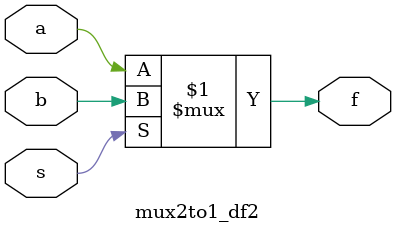
<source format=v>
module mux2to1_df2(input a,input b,input s,output f);
    // input a,b,s;
    // output f;
    assign f = s?b:a;
endmodule
</source>
